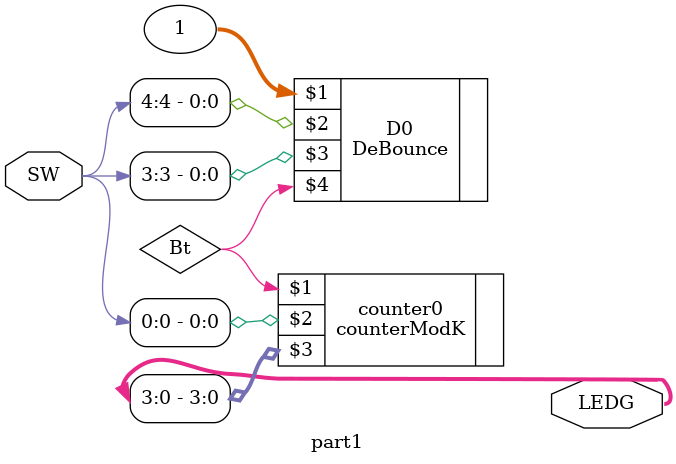
<source format=v>
module part1(SW,LEDG);

	input [9:0] SW;
	output [9:0] LEDG;

	wire Bt;
	
	DeBounce D0(1, SW[4], SW[3], Bt);

	counterModK counter0 (Bt, SW[0], LEDG[3:0]);
	defparam counter0.n = 4;
	defparam counter0.k = 7;
	
	
endmodule


</source>
